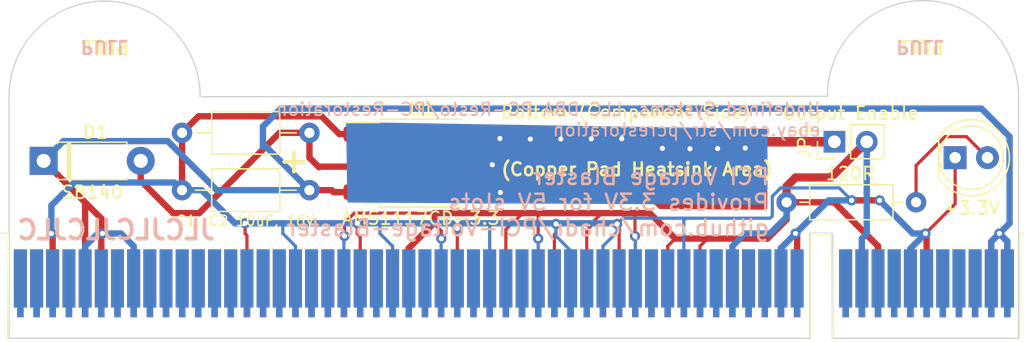
<source format=kicad_pcb>
(kicad_pcb (version 20221018) (generator pcbnew)
  (layers (0 "F.Cu" signal) (31 "B.Cu" signal) (34 "B.Paste" user) (35 "F.Paste" user) (36 "B.SilkS" user "B.Silkscreen") (37 "F.SilkS" user "F.Silkscreen") (38 "B.Mask" user) (39 "F.Mask" user) (44 "Edge.Cuts" user))
  (net 0 "")
  (net 1 "+5V")
  (net 2 "GND")
  (net 3 "+3.3V")
  (net 66 "/V_OUT")
  (net 78 "Net-(LED1-A)")
  (footprint "PCI Blaster:BUS_PCI" (layer "F.Cu") (at 154.095 110.06)
    (fp_text reference "J1" hide)
    (fp_text value "Bus_PCI_32bit_5V")
    (fp_line (start -40.27 -4.88) (end -39.67 -4.88) (stroke (width 0.12)) (layer "F.SilkS"))
    (fp_line (start -39.67 -4.88) (end -39.72 3.37) (stroke (width 0.12)) (layer "F.SilkS"))
    (fp_line (start 23.28 -4.83) (end 24.93 -4.83) (stroke (width 0.12)) (layer "F.SilkS"))
    (fp_line (start 23.28 3.37) (end 23.28 -4.83) (stroke (width 0.12)) (layer "F.SilkS"))
    (fp_line (start 24.93 -4.83) (end 24.98 3.37) (stroke (width 0.12)) (layer "F.SilkS"))
    (fp_line (start 39.68 -4.88) (end 39.98 -4.88) (stroke (width 0.12)) (layer "F.SilkS"))
    (fp_line (start 39.68 3.37) (end 39.68 -4.88) (stroke (width 0.12)) (layer "F.SilkS"))
    (pad "A1" connect rect (at -38.73 -1.33) (size 1.02 4.57) (layers "B.Cu" "B.Mask"))
    (pad "A1" connect rect (at -38.73 1.33) (size 0.51 0.76) (layers "B.Cu" "B.Mask"))
    (pad "A2" connect rect (at -37.46 -1.33) (size 1.02 4.57) (layers "B.Cu" "B.Mask"))
    (pad "A2" connect rect (at -37.46 1.33) (size 0.51 0.76) (layers "B.Cu" "B.Mask"))
    (pad "A3" connect rect (at -36.2 -1.33) (size 1.02 4.57) (layers "B.Cu" "B.Mask"))
    (pad "A3" connect rect (at -36.2 1.33) (size 0.51 0.76) (layers "B.Cu" "B.Mask"))
    (pad "A4" connect rect (at -34.92 -1.33) (size 1.02 4.57) (layers "B.Cu" "B.Mask"))
    (pad "A4" connect rect (at -34.92 1.33) (size 0.51 0.76) (layers "B.Cu" "B.Mask"))
    (pad "A5" connect rect (at -33.65 -1.33) (size 1.02 4.57) (layers "B.Cu" "B.Mask") (net 1 "+5V"))
    (pad "A5" connect rect (at -33.65 1.33) (size 0.51 0.76) (layers "B.Cu" "B.Mask") (net 1 "+5V"))
    (pad "A6" connect rect (at -32.38 -1.33) (size 1.02 4.57) (layers "B.Cu" "B.Mask"))
    (pad "A6" connect rect (at -32.38 1.33) (size 0.51 0.76) (layers "B.Cu" "B.Mask"))
    (pad "A7" connect rect (at -31.11 -1.33) (size 1.02 4.57) (layers "B.Cu" "B.Mask"))
    (pad "A7" connect rect (at -31.11 1.33) (size 0.51 0.76) (layers "B.Cu" "B.Mask"))
    (pad "A8" connect rect (at -29.84 -1.33) (size 1.02 4.57) (layers "B.Cu" "B.Mask") (net 1 "+5V"))
    (pad "A8" connect rect (at -29.84 1.33) (size 0.51 0.76) (layers "B.Cu" "B.Mask") (net 1 "+5V"))
    (pad "A9" connect rect (at -28.57 -1.33) (size 1.02 4.57) (layers "B.Cu" "B.Mask"))
    (pad "A9" connect rect (at -28.57 1.33) (size 0.51 0.76) (layers "B.Cu" "B.Mask"))
    (pad "A10" connect rect (at -27.3 -1.33) (size 1.02 4.57) (layers "B.Cu" "B.Mask"))
    (pad "A10" connect rect (at -27.3 1.33) (size 0.51 0.76) (layers "B.Cu" "B.Mask"))
    (pad "A11" connect rect (at -26.03 -1.33) (size 1.02 4.57) (layers "B.Cu" "B.Mask"))
    (pad "A11" connect rect (at -26.03 1.33) (size 0.51 0.76) (layers "B.Cu" "B.Mask"))
    (pad "A12" connect rect (at -24.77 -1.33) (size 1.02 4.57) (layers "B.Cu" "B.Mask"))
    (pad "A12" connect rect (at -24.77 1.33) (size 0.51 0.76) (layers "B.Cu" "B.Mask"))
    (pad "A13" connect rect (at -23.49 -1.33) (size 1.02 4.57) (layers "B.Cu" "B.Mask"))
    (pad "A13" connect rect (at -23.49 1.33) (size 0.51 0.76) (layers "B.Cu" "B.Mask"))
    (pad "A14" connect rect (at -22.22 -1.33) (size 1.02 4.57) (layers "B.Cu" "B.Mask"))
    (pad "A14" connect rect (at -22.22 1.33) (size 0.51 0.76) (layers "B.Cu" "B.Mask"))
    (pad "A15" connect rect (at -20.95 -1.33) (size 1.02 4.57) (layers "B.Cu" "B.Mask"))
    (pad "A15" connect rect (at -20.95 1.33) (size 0.51 0.76) (layers "B.Cu" "B.Mask"))
    (pad "A16" connect rect (at -19.68 -1.33) (size 1.02 4.57) (layers "B.Cu" "B.Mask"))
    (pad "A16" connect rect (at -19.68 1.33) (size 0.51 0.76) (layers "B.Cu" "B.Mask"))
    (pad "A17" connect rect (at -18.41 -1.33) (size 1.02 4.57) (layers "B.Cu" "B.Mask"))
    (pad "A17" connect rect (at -18.41 1.33) (size 0.51 0.76) (layers "B.Cu" "B.Mask"))
    (pad "A18" connect rect (at -17.14 -1.33) (size 1.02 4.57) (layers "B.Cu" "B.Mask") (net 2 "GND"))
    (pad "A18" connect rect (at -17.14 1.33) (size 0.51 0.76) (layers "B.Cu" "B.Mask") (net 2 "GND"))
    (pad "A19" connect rect (at -15.88 -1.33) (size 1.02 4.57) (layers "B.Cu" "B.Mask"))
    (pad "A19" connect rect (at -15.88 1.33) (size 0.51 0.76) (layers "B.Cu" "B.Mask"))
    (pad "A20" connect rect (at -14.6 -1.33) (size 1.02 4.57) (layers "B.Cu" "B.Mask"))
    (pad "A20" connect rect (at -14.6 1.33) (size 0.51 0.76) (layers "B.Cu" "B.Mask"))
    (pad "A21" connect rect (at -13.34 -1.33) (size 1.02 4.57) (layers "B.Cu" "B.Mask") (net 3 "+3.3V"))
    (pad "A21" connect rect (at -13.34 1.33) (size 0.51 0.76) (layers "B.Cu" "B.Mask") (net 3 "+3.3V"))
    (pad "A22" connect rect (at -12.06 -1.33) (size 1.02 4.57) (layers "B.Cu" "B.Mask"))
    (pad "A22" connect rect (at -12.06 1.33) (size 0.51 0.76) (layers "B.Cu" "B.Mask"))
    (pad "A23" connect rect (at -10.79 -1.33) (size 1.02 4.57) (layers "B.Cu" "B.Mask"))
    (pad "A23" connect rect (at -10.79 1.33) (size 0.51 0.76) (layers "B.Cu" "B.Mask"))
    (pad "A24" connect rect (at -9.52 -1.33) (size 1.02 4.57) (layers "B.Cu" "B.Mask") (net 2 "GND"))
    (pad "A24" connect rect (at -9.52 1.33) (size 0.51 0.76) (layers "B.Cu" "B.Mask") (net 2 "GND"))
    (pad "A25" connect rect (at -8.25 -1.33) (size 1.02 4.57) (layers "B.Cu" "B.Mask"))
    (pad "A25" connect rect (at -8.25 1.33) (size 0.51 0.76) (layers "B.Cu" "B.Mask"))
    (pad "A26" connect rect (at -6.98 -1.33) (size 1.02 4.57) (layers "B.Cu" "B.Mask"))
    (pad "A26" connect rect (at -6.98 1.33) (size 0.51 0.76) (layers "B.Cu" "B.Mask"))
    (pad "A27" connect rect (at -5.71 -1.33) (size 1.02 4.57) (layers "B.Cu" "B.Mask") (net 3 "+3.3V"))
    (pad "A27" connect rect (at -5.71 1.33) (size 0.51 0.76) (layers "B.Cu" "B.Mask") (net 3 "+3.3V"))
    (pad "A28" connect rect (at -4.44 -1.33) (size 1.02 4.57) (layers "B.Cu" "B.Mask"))
    (pad "A28" connect rect (at -4.44 1.33) (size 0.51 0.76) (layers "B.Cu" "B.Mask"))
    (pad "A29" connect rect (at -3.17 -1.33) (size 1.02 4.57) (layers "B.Cu" "B.Mask"))
    (pad "A29" connect rect (at -3.17 1.33) (size 0.51 0.76) (layers "B.Cu" "B.Mask"))
    (pad "A30" connect rect (at -1.9 -1.33) (size 1.02 4.57) (layers "B.Cu" "B.Mask") (net 2 "GND"))
    (pad "A30" connect rect (at -1.9 1.33) (size 0.51 0.76) (layers "B.Cu" "B.Mask") (net 2 "GND"))
    (pad "A31" connect rect (at -0.63 -1.33) (size 1.02 4.57) (layers "B.Cu" "B.Mask"))
    (pad "A31" connect rect (at -0.63 1.33) (size 0.51 0.76) (layers "B.Cu" "B.Mask"))
    (pad "A32" connect rect (at 0.64 -1.33) (size 1.02 4.57) (layers "B.Cu" "B.Mask"))
    (pad "A32" connect rect (at 0.64 1.33) (size 0.51 0.76) (layers "B.Cu" "B.Mask"))
    (pad "A33" connect rect (at 1.91 -1.33) (size 1.02 4.57) (layers "B.Cu" "B.Mask") (net 3 "+3.3V"))
    (pad "A33" connect rect (at 1.91 1.33) (size 0.51 0.76) (layers "B.Cu" "B.Mask") (net 3 "+3.3V"))
    (pad "A34" connect rect (at 3.18 -1.33) (size 1.02 4.57) (layers "B.Cu" "B.Mask"))
    (pad "A34" connect rect (at 3.18 1.33) (size 0.51 0.76) (layers "B.Cu" "B.Mask"))
    (pad "A35" connect rect (at 4.45 -1.33) (size 1.02 4.57) (layers "B.Cu" "B.Mask") (net 2 "GND"))
    (pad "A35" connect rect (at 4.45 1.33) (size 0.51 0.76) (layers "B.Cu" "B.Mask") (net 2 "GND"))
    (pad "A36" connect rect (at 5.72 -1.33) (size 1.02 4.57) (layers "B.Cu" "B.Mask"))
    (pad "A36" connect rect (at 5.72 1.33) (size 0.51 0.76) (layers "B.Cu" "B.Mask"))
    (pad "A37" connect rect (at 6.99 -1.33) (size 1.02 4.57) (layers "B.Cu" "B.Mask") (net 2 "GND"))
    (pad "A37" connect rect (at 6.99 1.33) (size 0.51 0.76) (layers "B.Cu" "B.Mask") (net 2 "GND"))
    (pad "A38" connect rect (at 8.26 -1.33) (size 1.02 4.57) (layers "B.Cu" "B.Mask"))
    (pad "A38" connect rect (at 8.26 1.33) (size 0.51 0.76) (layers "B.Cu" "B.Mask"))
    (pad "A39" connect rect (at 9.53 -1.33) (size 1.02 4.57) (layers "B.Cu" "B.Mask") (net 3 "+3.3V"))
    (pad "A39" connect rect (at 9.53 1.33) (size 0.51 0.76) (layers "B.Cu" "B.Mask") (net 3 "+3.3V"))
    (pad "A40" connect rect (at 10.8 -1.33) (size 1.02 4.57) (layers "B.Cu" "B.Mask"))
    (pad "A40" connect rect (at 10.8 1.33) (size 0.51 0.76) (layers "B.Cu" "B.Mask"))
    (pad "A41" connect rect (at 12.07 -1.33) (size 1.02 4.57) (layers "B.Cu" "B.Mask"))
    (pad "A41" connect rect (at 12.07 1.33) (size 0.51 0.76) (layers "B.Cu" "B.Mask"))
    (pad "A42" connect rect (at 13.34 -1.33) (size 1.02 4.57) (layers "B.Cu" "B.Mask") (net 2 "GND"))
    (pad "A42" connect rect (at 13.34 1.33) (size 0.51 0.76) (layers "B.Cu" "B.Mask") (net 2 "GND"))
    (pad "A43" connect rect (at 14.61 -1.33) (size 1.02 4.57) (layers "B.Cu" "B.Mask"))
    (pad "A43" connect rect (at 14.61 1.33) (size 0.51 0.76) (layers "B.Cu" "B.Mask"))
    (pad "A44" connect rect (at 15.88 -1.33) (size 1.02 4.57) (layers "B.Cu" "B.Mask"))
    (pad "A44" connect rect (at 15.88 1.33) (size 0.51 0.76) (layers "B.Cu" "B.Mask"))
    (pad "A45" connect rect (at 17.15 -1.33) (size 1.02 4.57) (layers "B.Cu" "B.Mask") (net 3 "+3.3V"))
    (pad "A45" connect rect (at 17.15 1.33) (size 0.51 0.76) (layers "B.Cu" "B.Mask") (net 3 "+3.3V"))
    (pad "A46" connect rect (at 18.42 -1.33) (size 1.02 4.57) (layers "B.Cu" "B.Mask"))
    (pad "A46" connect rect (at 18.42 1.33) (size 0.51 0.76) (layers "B.Cu" "B.Mask"))
    (pad "A47" connect rect (at 19.69 -1.33) (size 1.02 4.57) (layers "B.Cu" "B.Mask"))
    (pad "A47" connect rect (at 19.69 1.33) (size 0.51 0.76) (layers "B.Cu" "B.Mask"))
    (pad "A48" connect rect (at 20.96 -1.33) (size 1.02 4.57) (layers "B.Cu" "B.Mask") (net 2 "GND"))
    (pad "A48" connect rect (at 20.96 1.33) (size 0.51 0.76) (layers "B.Cu" "B.Mask") (net 2 "GND"))
    (pad "A49" connect rect (at 22.23 -1.33) (size 1.02 4.57) (layers "B.Cu" "B.Mask"))
    (pad "A49" connect rect (at 22.23 1.33) (size 0.51 0.76) (layers "B.Cu" "B.Mask"))
    (pad "A52" connect rect (at 26.04 -1.33) (size 1.02 4.57) (layers "B.Cu" "B.Mask"))
    (pad "A52" connect rect (at 26.04 1.33) (size 0.51 0.76) (layers "B.Cu" "B.Mask"))
    (pad "A53" connect rect (at 27.31 -1.33) (size 1.02 4.57) (layers "B.Cu" "B.Mask") (net 3 "+3.3V"))
    (pad "A53" connect rect (at 27.31 1.33) (size 0.51 0.76) (layers "B.Cu" "B.Mask") (net 3 "+3.3V"))
    (pad "A54" connect rect (at 28.58 -1.33) (size 1.02 4.57) (layers "B.Cu" "B.Mask"))
    (pad "A54" connect rect (at 28.58 1.33) (size 0.51 0.76) (layers "B.Cu" "B.Mask"))
    (pad "A55" connect rect (at 29.85 -1.33) (size 1.02 4.57) (layers "B.Cu" "B.Mask"))
    (pad "A55" connect rect (at 29.85 1.33) (size 0.51 0.76) (layers "B.Cu" "B.Mask"))
    (pad "A56" connect rect (at 31.12 -1.33) (size 1.02 4.57) (layers "B.Cu" "B.Mask") (net 2 "GND"))
    (pad "A56" connect rect (at 31.12 1.33) (size 0.51 0.76) (layers "B.Cu" "B.Mask") (net 2 "GND"))
    (pad "A57" connect rect (at 32.39 -1.33) (size 1.02 4.57) (layers "B.Cu" "B.Mask"))
    (pad "A57" connect rect (at 32.39 1.33) (size 0.51 0.76) (layers "B.Cu" "B.Mask"))
    (pad "A58" connect rect (at 33.66 -1.33) (size 1.02 4.57) (layers "B.Cu" "B.Mask"))
    (pad "A58" connect rect (at 33.66 1.33) (size 0.51 0.76) (layers "B.Cu" "B.Mask"))
    (pad "A59" connect rect (at 34.93 -1.33) (size 1.02 4.57) (layers "B.Cu" "B.Mask"))
    (pad "A59" connect rect (at 34.93 1.33) (size 0.51 0.76) (layers "B.Cu" "B.Mask"))
    (pad "A60" connect rect (at 36.2 -1.33) (size 1.02 4.57) (layers "B.Cu" "B.Mask"))
    (pad "A60" connect rect (at 36.2 1.33) (size 0.51 0.76) (layers "B.Cu" "B.Mask"))
    (pad "A61" connect rect (at 37.47 -1.33) (size 1.02 4.57) (layers "B.Cu" "B.Mask") (net 1 "+5V"))
    (pad "A61" connect rect (at 37.47 1.33) (size 0.51 0.76) (layers "B.Cu" "B.Mask") (net 1 "+5V"))
    (pad "A62" connect rect (at 38.73 -1.33) (size 1.02 4.57) (layers "B.Cu" "B.Mask") (net 1 "+5V"))
    (pad "A62" connect rect (at 38.73 1.33) (size 0.51 0.76) (layers "B.Cu" "B.Mask") (net 1 "+5V"))
    (pad "B1" connect rect (at -38.73 -1.33) (size 1.02 4.57) (layers "F.Cu" "F.Mask"))
    (pad "B1" connect rect (at -38.73 1.33) (size 0.51 0.76) (layers "F.Cu" "F.Mask"))
    (pad "B2" connect rect (at -37.46 -1.33) (size 1.02 4.57) (layers "F.Cu" "F.Mask"))
    (pad "B2" connect rect (at -37.46 1.33) (size 0.51 0.76) (layers "F.Cu" "F.Mask"))
    (pad "B3" connect rect (at -36.2 -1.33) (size 1.02 4.57) (layers "F.Cu" "F.Mask") (net 2 "GND"))
    (pad "B3" connect rect (at -36.2 1.33) (size 0.51 0.76) (layers "F.Cu" "F.Mask") (net 2 "GND"))
    (pad "B4" connect rect (at -34.92 -1.33) (size 1.02 4.57) (layers "F.Cu" "F.Mask"))
    (pad "B4" connect rect (at -34.92 1.33) (size 0.51 0.76) (layers "F.Cu" "F.Mask"))
    (pad "B5" connect rect (at -33.65 -1.33) (size 1.02 4.57) (layers "F.Cu" "F.Mask") (net 1 "+5V"))
    (pad "B5" connect rect (at -33.65 1.33) (size 0.51 0.76) (layers "F.Cu" "F.Mask") (net 1 "+5V"))
    (pad "B6" connect rect (at -32.38 -1.33) (size 1.02 4.57) (layers "F.Cu" "F.Mask") (net 1 "+5V"))
    (pad "B6" connect rect (at -32.38 1.33) (size 0.51 0.76) (layers "F.Cu" "F.Mask") (net 1 "+5V"))
    (pad "B7" connect rect (at -31.11 -1.33) (size 1.02 4.57) (layers "F.Cu" "F.Mask"))
    (pad "B7" connect rect (at -31.11 1.33) (size 0.51 0.76) (layers "F.Cu" "F.Mask"))
    (pad "B8" connect rect (at -29.84 -1.33) (size 1.02 4.57) (layers "F.Cu" "F.Mask"))
    (pad "B8" connect rect (at -29.84 1.33) (size 0.51 0.76) (layers "F.Cu" "F.Mask"))
    (pad "B9" connect rect (at -28.57 -1.33) (size 1.02 4.57) (layers "F.Cu" "F.Mask"))
    (pad "B9" connect rect (at -28.57 1.33) (size 0.51 0.76) (layers "F.Cu" "F.Mask"))
    (pad "B10" connect rect (at -27.3 -1.33) (size 1.02 4.57) (layers "F.Cu" "F.Mask"))
    (pad "B10" connect rect (at -27.3 1.33) (size 0.51 0.76) (layers "F.Cu" "F.Mask"))
    (pad "B11" connect rect (at -26.03 -1.33) (size 1.02 4.57) (layers "F.Cu" "F.Mask"))
    (pad "B11" connect rect (at -26.03 1.33) (size 0.51 0.76) (layers "F.Cu" "F.Mask"))
    (pad "B12" connect rect (at -24.77 -1.33) (size 1.02 4.57) (layers "F.Cu" "F.Mask"))
    (pad "B12" connect rect (at -24.77 1.33) (size 0.51 0.76) (layers "F.Cu" "F.Mask"))
    (pad "B13" connect rect (at -23.49 -1.33) (size 1.02 4.57) (layers "F.Cu" "F.Mask"))
    (pad "B13" connect rect (at -23.49 1.33) (size 0.51 0.76) (layers "F.Cu" "F.Mask"))
    (pad "B14" connect rect (at -22.22 -1.33) (size 1.02 4.57) (layers "F.Cu" "F.Mask"))
    (pad "B14" connect rect (at -22.22 1.33) (size 0.51 0.76) (layers "F.Cu" "F.Mask"))
    (pad "B15" connect rect (at -20.95 -1.33) (size 1.02 4.57) (layers "F.Cu" "F.Mask") (net 2 "GND"))
    (pad "B15" connect rect (at -20.95 1.33) (size 0.51 0.76) (layers "F.Cu" "F.Mask") (net 2 "GND"))
    (pad "B16" connect rect (at -19.68 -1.33) (size 1.02 4.57) (layers "F.Cu" "F.Mask"))
    (pad "B16" connect rect (at -19.68 1.33) (size 0.51 0.76) (layers "F.Cu" "F.Mask"))
    (pad "B17" connect rect (at -18.41 -1.33) (size 1.02 4.57) (layers "F.Cu" "F.Mask"))
    (pad "B17" connect rect (at -18.41 1.33) (size 0.51 0.76) (layers "F.Cu" "F.Mask"))
    (pad "B18" connect rect (at -17.14 -1.33) (size 1.02 4.57) (layers "F.Cu" "F.Mask"))
    (pad "B18" connect rect (at -17.14 1.33) (size 0.51 0.76) (layers "F.Cu" "F.Mask"))
    (pad "B19" connect rect (at -15.88 -1.33) (size 1.02 4.57) (layers "F.Cu" "F.Mask"))
    (pad "B19" connect rect (at -15.88 1.33) (size 0.51 0.76) (layers "F.Cu" "F.Mask"))
    (pad "B20" connect rect (at -14.6 -1.33) (size 1.02 4.57) (layers "F.Cu" "F.Mask"))
    (pad "B20" connect rect (at -14.6 1.33) (size 0.51 0.76) (layers "F.Cu" "F.Mask"))
    (pad "B21" connect rect (at -13.34 -1.33) (size 1.02 4.57) (layers "F.Cu" "F.Mask"))
    (pad "B21" connect rect (at -13.34 1.33) (size 0.51 0.76) (layers "F.Cu" "F.Mask"))
    (pad "B22" connect rect (at -12.06 -1.33) (size 1.02 4.57) (layers "F.Cu" "F.Mask") (net 2 "GND"))
    (pad "B22" connect rect (at -12.06 1.33) (size 0.51 0.76) (layers "F.Cu" "F.Mask") (net 2 "GND"))
    (pad "B23" connect rect (at -10.79 -1.33) (size 1.02 4.57) (layers "F.Cu" "F.Mask"))
    (pad "B23" connect rect (at -10.79 1.33) (size 0.51 0.76) (layers "F.Cu" "F.Mask"))
    (pad "B24" connect rect (at -9.52 -1.33) (size 1.02 4.57) (layers "F.Cu" "F.Mask"))
    (pad "B24" connect rect (at -9.52 1.33) (size 0.51 0.76) (layers "F.Cu" "F.Mask"))
    (pad "B25" connect rect (at -8.25 -1.33) (size 1.02 4.57) (layers "F.Cu" "F.Mask") (net 3 "+3.3V"))
    (pad "B25" connect rect (at -8.25 1.33) (size 0.51 0.76) (layers "F.Cu" "F.Mask") (net 3 "+3.3V"))
    (pad "B26" connect rect (at -6.98 -1.33) (size 1.02 4.57) (layers "F.Cu" "F.Mask"))
    (pad "B26" connect rect (at -6.98 1.33) (size 0.51 0.76) (layers "F.Cu" "F.Mask"))
    (pad "B27" connect rect (at -5.71 -1.33) (size 1.02 4.57) (layers "F.Cu" "F.Mask"))
    (pad "B27" connect rect (at -5.71 1.33) (size 0.51 0.76) (layers "F.Cu" "F.Mask"))
    (pad "B28" connect rect (at -4.44 -1.33) (size 1.02 4.57) (layers "F.Cu" "F.Mask") (net 2 "GND"))
    (pad "B28" connect rect (at -4.44 1.33) (size 0.51 0.76) (layers "F.Cu" "F.Mask") (net 2 "GND"))
    (pad "B29" connect rect (at -3.17 -1.33) (size 1.02 4.57) (layers "F.Cu" "F.Mask"))
    (pad "B29" connect rect (at -3.17 1.33) (size 0.51 0.76) (layers "F.Cu" "F.Mask"))
    (pad "B30" connect rect (at -1.9 -1.33) (size 1.02 4.57) (layers "F.Cu" "F.Mask"))
    (pad "B30" connect rect (at -1.9 1.33) (size 0.51 0.76) (layers "F.Cu" "F.Mask"))
    (pad "B31" connect rect (at -0.63 -1.33) (size 1.02 4.57) (layers "F.Cu" "F.Mask") (net 3 "+3.3V"))
    (pad "B31" connect rect (at -0.63 1.33) (size 0.51 0.76) (layers "F.Cu" "F.Mask") (net 3 "+3.3V"))
    (pad "B32" connect rect (at 0.64 -1.33) (size 1.02 4.57) (layers "F.Cu" "F.Mask"))
    (pad "B32" connect rect (at 0.64 1.33) (size 0.51 0.76) (layers "F.Cu" "F.Mask"))
    (pad "B33" connect rect (at 1.91 -1.33) (size 1.02 4.57) (layers "F.Cu" "F.Mask"))
    (pad "B33" connect rect (at 1.91 1.33) (size 0.51 0.76) (layers "F.Cu" "F.Mask"))
    (pad "B34" connect rect (at 3.18 -1.33) (size 1.02 4.57) (layers "F.Cu" "F.Mask") (net 2 "GND"))
    (pad "B34" connect rect (at 3.18 1.33) (size 0.51 0.76) (layers "F.Cu" "F.Mask") (net 2 "GND"))
    (pad "B35" connect rect (at 4.45 -1.33) (size 1.02 4.57) (layers "F.Cu" "F.Mask"))
    (pad "B35" connect rect (at 4.45 1.33) (size 0.51 0.76) (layers "F.Cu" "F.Mask"))
    (pad "B36" connect rect (at 5.72 -1.33) (size 1.02 4.57) (layers "F.Cu" "F.Mask") (net 3 "+3.3V"))
    (pad "B36" connect rect (at 5.72 1.33) (size 0.51 0.76) (layers "F.Cu" "F.Mask") (net 3 "+3.3V"))
    (pad "B37" connect rect (at 6.99 -1.33) (size 1.02 4.57) (layers "F.Cu" "F.Mask"))
    (pad "B37" connect rect (at 6.99 1.33) (size 0.51 0.76) (layers "F.Cu" "F.Mask"))
    (pad "B38" connect rect (at 8.26 -1.33) (size 1.02 4.57) (layers "F.Cu" "F.Mask") (net 2 "GND"))
    (pad "B38" connect rect (at 8.26 1.33) (size 0.51 0.76) (layers "F.Cu" "F.Mask") (net 2 "GND"))
    (pad "B39" connect rect (at 9.53 -1.33) (size 1.02 4.57) (layers "F.Cu" "F.Mask"))
    (pad "B39" connect rect (at 9.53 1.33) (size 0.51 0.76) (layers "F.Cu" "F.Mask"))
    (pad "B40" connect rect (at 10.8 -1.33) (size 1.02 4.57) (layers "F.Cu" "F.Mask"))
    (pad "B40" connect rect (at 10.8 1.33) (size 0.51 0.76) (layers "F.Cu" "F.Mask"))
    (pad "B41" connect rect (at 12.07 -1.33) (size 1.02 4.57) (layers "F.Cu" "F.Mask") (net 3 "+3.3V"))
    (pad "B41" connect rect (at 12.07 1.33) (size 0.51 0.76) (layers "F.Cu" "F.Mask") (net 3 "+3.3V"))
    (pad "B42" connect rect (at 13.34 -1.33) (size 1.02 4.57) (layers "F.Cu" "F.Mask"))
    (pad "B42" connect rect (at 13.34 1.33) (size 0.51 0.76) (layers "F.Cu" "F.Mask"))
    (pad "B43" connect rect (at 14.61 -1.33) (size 1.02 4.57) (layers "F.Cu" "F.Mask") (net 3 "+3.3V"))
    (pad "B43" connect rect (at 14.61 1.33) (size 0.51 0.76) (layers "F.Cu" "F.Mask") (net 3 "+3.3V"))
    (pad "B44" connect rect (at 15.88 -1.33) (size 1.02 4.57) (layers "F.Cu" "F.Mask"))
    (pad "B44" connect rect (at 15.88 1.33) (size 0.51 0.76) (layers "F.Cu" "F.Mask"))
    (pad "B45" connect rect (at 17.15 -1.33) (size 1.02 4.57) (layers "F.Cu" "F.Mask"))
    (pad "B45" connect rect (at 17.15 1.33) (size 0.51 0.76) (layers "F.Cu" "F.Mask"))
    (pad "B46" connect rect (at 18.42 -1.33) (size 1.02 4.57) (layers "F.Cu" "F.Mask"))
    (pad "B46" connect rect (at 18.42 1.33) (size 0.51 0.76) (layers "F.Cu" "F.Mask"))
    (pad "B47" connect rect (at 19.69 -1.33) (size 1.02 4.57) (layers "F.Cu" "F.Mask"))
    (pad "B47" connect rect (at 19.69 1.33) (size 0.51 0.76) (layers "F.Cu" "F.Mask"))
    (pad "B48" connect rect (at 20.96 -1.33) (size 1.02 4.57) (layers "F.Cu" "F.Mask"))
    (pad "B48" connect rect (at 20.96 1.33) (size 0.51 0.76) (layers "F.Cu" "F.Mask"))
    (pad "B49" connect rect (at 22.23 -1.33) (size 1.02 4.57) (layers "F.Cu" "F.Mask") (net 2 "GND"))
    (pad "B49" connect rect (at 22.23 1.33) (size 0.51 0.76) (layers "F.Cu" "F.Mask") (net 2 "GND"))
    (pad "B52" connect rect (at 26.04 -1.33) (size 1.02 4.57) (layers "F.Cu" "F.Mask"))
    (pad "B52" connect rect (at 26.04 1.33) (size 0.51 0.76) (layers "F.Cu" "F.Mask"))
    (pad "B53" connect rect (at 27.31 -1.33) (size 1.02 4.57) (layers "F.Cu" "F.Mask"))
    (pad "B53" connect rect (at 27.31 1.33) (size 0.51 0.76) (layers "F.Cu" "F.Mask"))
    (pad "B54" connect rect (at 28.58 -1.33) (size 1.02 4.57) (layers "F.Cu" "F.Mask") (net 3 "+3.3V"))
    (pad "B54" connect rect (at 28.58 1.33) (size 0.51 0.76) (layers "F.Cu" "F.Mask") (net 3 "+3.3V"))
    (pad "B55" connect rect (at 29.85 -1.33) (size 1.02 4.57) (layers "F.Cu" "F.Mask"))
    (pad "B55" connect rect (at 29.85 1.33) (size 0.51 0.76) (layers "F.Cu" "F.Mask"))
    (pad "B56" connect rect (at 31.12 -1.33) (size 1.02 4.57) (layers "F.Cu" "F.Mask"))
    (pad "B56" connect rect (at 31.12 1.33) (size 0.51 0.76) (layers "F.Cu" "F.Mask"))
    (pad "B57" connect rect (at 32.39 -1.33) (size 1.02 4.57) (layers "F.Cu" "F.Mask") (net 2 "GND"))
    (pad "B57" connect rect (at 32.39 1.33) (size 0.51 0.76) (layers "F.Cu" "F.Mask") (net 2 "GND"))
    (pad "B58" connect rect (at 33.66 -1.33) (size 1.02 4.57) (layers "F.Cu" "F.Mask"))
    (pad "B58" connect rect (at 33.66 1.33) (size 0.51 0.76) (layers "F.Cu" "F.Mask"))
    (pad "B59" connect rect (at 34.93 -1.33) (size 1.02 4.57) (layers "F.Cu" "F.Mask"))
    (pad "B59" connect rect (at 34.93 1.33) (size 0.51 0.76) (layers "F.Cu" "F.Mask"))
    (pad "B60" connect rect (at 36.2 -1.33) (size 1.02 4.57) (layers "F.Cu" "F.Mask"))
    (pad "B60" connect rect (at 36.2 1.33) (size 0.51 0.76) (layers "F.Cu" "F.Mask"))
    (pad "B61" connect rect (at 37.47 -1.33) (size 1.02 4.57) (layers "F.Cu" "F.Mask") (net 1 "+5V"))
    (pad "B61" connect rect (at 37.47 1.33) (size 0.51 0.76) (layers "F.Cu" "F.Mask") (net 1 "+5V"))
    (pad "B62" connect rect (at 38.73 -1.33) (size 1.02 4.57) (layers "F.Cu" "F.Mask") (net 1 "+5V"))
    (pad "B62" connect rect (at 38.73 1.33) (size 0.51 0.76) (layers "F.Cu" "F.Mask") (net 1 "+5V"))
  )
  (footprint "LED_THT:LED_D5.0mm" (layer "F.Cu") (at 188.725 99.25)
    (fp_text reference "LED1" hide)
    (fp_text value "+3.3V" (at 1.27 3.96) (layer "F.SilkS"))
    (fp_line (start -1.29 -1.545) (end -1.29 1.545) (stroke (width 0.12)) (layer "F.SilkS"))
    (fp_arc (start -1.29 -1.54483) (mid 2.072002 -2.880433) (end 4.26 0.000462) (stroke (width 0.12)) (layer "F.SilkS"))
    (fp_arc (start 4.26 -0.000462) (mid 2.072002 2.880433) (end -1.29 1.54483) (stroke (width 0.12)) (layer "F.SilkS"))
    (fp_circle (center 1.27 0) (end 3.77 0) (stroke (width 0.12)) (fill none) (layer "F.SilkS"))
    (pad "1" thru_hole rect (at 0 0) (size 1.8 1.8) (drill 0.9) (layers "*.Cu" "*.Mask") (net 2 "GND"))
    (pad "2" thru_hole circle (at 2.54 0) (size 1.8 1.8) (drill 0.9) (layers "*.Cu" "*.Mask") (net 78 "Net-(LED1-A)"))
  )
  (footprint "Resistor_THT:R_Axial_DIN0207_L6.3mm_D2.5mm_P10.16mm_Horizontal" (layer "F.Cu") (at 175.5 102.75)
    (fp_text reference "R1" hide)
    (fp_text value "120R" (at 5 -2.25) (layer "F.SilkS"))
    (fp_line (start 1.04 0) (end 1.81 0) (stroke (width 0.12)) (layer "F.SilkS"))
    (fp_line (start 1.81 -1.37) (end 1.81 1.37) (stroke (width 0.12)) (layer "F.SilkS"))
    (fp_line (start 1.81 1.37) (end 8.35 1.37) (stroke (width 0.12)) (layer "F.SilkS"))
    (fp_line (start 8.35 -1.37) (end 1.81 -1.37) (stroke (width 0.12)) (layer "F.SilkS"))
    (fp_line (start 8.35 1.37) (end 8.35 -1.37) (stroke (width 0.12)) (layer "F.SilkS"))
    (fp_line (start 9.12 0) (end 8.35 0) (stroke (width 0.12)) (layer "F.SilkS"))
    (pad "1" thru_hole circle (at 0 0) (size 1.6 1.6) (drill 0.8) (layers "*.Cu" "*.Mask") (net 3 "+3.3V"))
    (pad "2" thru_hole oval (at 10.16 0) (size 1.6 1.6) (drill 0.8) (layers "*.Cu" "*.Mask") (net 78 "Net-(LED1-A)"))
  )
  (footprint "Capacitor_THT:C_Axial_L5.1mm_D3.1mm_P10.00mm_Horizontal" (layer "F.Cu") (at 138.05 101.8 180)
    (fp_text reference "C1" hide)
    (fp_text value "10uF")
    (fp_line (start 1.04 0) (end 2.33 0) (stroke (width 0.12)) (layer "F.SilkS"))
    (fp_line (start 2.33 -1.67) (end 2.33 1.67) (stroke (width 0.12)) (layer "F.SilkS"))
    (fp_line (start 2.33 1.67) (end 7.67 1.67) (stroke (width 0.12)) (layer "F.SilkS"))
    (fp_line (start 7.67 -1.67) (end 2.33 -1.67) (stroke (width 0.12)) (layer "F.SilkS"))
    (fp_line (start 7.67 1.67) (end 7.67 -1.67) (stroke (width 0.12)) (layer "F.SilkS"))
    (fp_line (start 8.96 0) (end 7.67 0) (stroke (width 0.12)) (layer "F.SilkS"))
    (pad "1" thru_hole circle (at 0 0 180) (size 1.6 1.6) (drill 0.8) (layers "*.Cu" "*.Mask") (net 1 "+5V"))
    (pad "2" thru_hole oval (at 10 0 180) (size 1.6 1.6) (drill 0.8) (layers "*.Cu" "*.Mask") (net 2 "GND"))
  )
  (footprint "Diode_THT:D_DO-41_SOD81_P7.62mm_Horizontal" (layer "F.Cu") (at 117.19 99.5)
    (fp_text reference "D1" hide)
    (fp_text value "SB140" (at 3.81 2.47) (layer "F.SilkS"))
    (fp_text user "${REFERENCE}" (at 4.06 -2.25) (layer "F.SilkS"))
    (fp_line (start 1.09 -1.47) (end 6.53 -1.47) (stroke (width 0.12)) (layer "F.SilkS"))
    (fp_line (start 1.09 -1.34) (end 1.09 -1.47) (stroke (width 0.12)) (layer "F.SilkS"))
    (fp_line (start 1.09 1.34) (end 1.09 1.47) (stroke (width 0.12)) (layer "F.SilkS"))
    (fp_line (start 1.09 1.47) (end 6.53 1.47) (stroke (width 0.12)) (layer "F.SilkS"))
    (fp_line (start 1.87 -1.47) (end 1.87 1.47) (stroke (width 0.12)) (layer "F.SilkS"))
    (fp_line (start 1.99 -1.47) (end 1.99 1.47) (stroke (width 0.12)) (layer "F.SilkS"))
    (fp_line (start 2.11 -1.47) (end 2.11 1.47) (stroke (width 0.12)) (layer "F.SilkS"))
    (fp_line (start 6.53 -1.47) (end 6.53 -1.34) (stroke (width 0.12)) (layer "F.SilkS"))
    (fp_line (start 6.53 1.47) (end 6.53 1.34) (stroke (width 0.12)) (layer "F.SilkS"))
    (pad "1" thru_hole rect (at 0 0) (size 2.2 2.2) (drill 1.1) (layers "*.Cu" "*.Mask") (net 1 "+5V"))
    (pad "2" thru_hole oval (at 7.62 0) (size 2.2 2.2) (drill 1.1) (layers "*.Cu" "*.Mask") (net 66 "/V_OUT"))
  )
  (footprint "Capacitor_THT:C_Axial_L5.1mm_D3.1mm_P10.00mm_Horizontal" (layer "F.Cu") (at 138.05 97.3 180)
    (fp_text reference "C2" hide)
    (fp_text value "10uF")
    (fp_line (start 1.04 0) (end 2.33 0) (stroke (width 0.12)) (layer "F.SilkS"))
    (fp_line (start 2.33 -1.67) (end 2.33 1.67) (stroke (width 0.12)) (layer "F.SilkS"))
    (fp_line (start 2.33 1.67) (end 7.67 1.67) (stroke (width 0.12)) (layer "F.SilkS"))
    (fp_line (start 7.67 -1.67) (end 2.33 -1.67) (stroke (width 0.12)) (layer "F.SilkS"))
    (fp_line (start 7.67 1.67) (end 7.67 -1.67) (stroke (width 0.12)) (layer "F.SilkS"))
    (fp_line (start 8.96 0) (end 7.67 0) (stroke (width 0.12)) (layer "F.SilkS"))
    (pad "1" thru_hole circle (at 0 0 180) (size 1.6 1.6) (drill 0.8) (layers "*.Cu" "*.Mask") (net 66 "/V_OUT"))
    (pad "2" thru_hole oval (at 10 0 180) (size 1.6 1.6) (drill 0.8) (layers "*.Cu" "*.Mask") (net 2 "GND"))
  )
  (footprint "Package_TO_SOT_SMD:TO-252-2" (layer "F.Cu") (at 146.865 99.675)
    (fp_text reference "U1" (at 0 -4.275) (layer "F.SilkS"))
    (fp_text value "AMS1117CD-3.3" (at -0.065 4.325) (layer "F.SilkS"))
    (fp_line (start -3.31 -3.45) (end -3.31 -3.18) (stroke (width 0.12)) (layer "F.SilkS"))
    (fp_line (start -3.31 -3.18) (end -6.14 -3.18) (stroke (width 0.12)) (layer "F.SilkS"))
    (fp_line (start -3.31 3.18) (end -4.41 3.18) (stroke (width 0.12)) (layer "F.SilkS"))
    (fp_line (start -3.31 3.45) (end -3.31 3.18) (stroke (width 0.12)) (layer "F.SilkS"))
    (fp_line (start 3.11 -3.45) (end -3.31 -3.45) (stroke (width 0.12)) (layer "F.SilkS"))
    (fp_line (start 3.11 3.45) (end -3.31 3.45) (stroke (width 0.12)) (layer "F.SilkS"))
    (pad "1" smd roundrect (at -5.04 -2.28) (size 2.2 1.2) (layers "F.Cu" "F.Paste" "F.Mask") (roundrect_rratio 0.2083333333) (net 2 "GND"))
    (pad "2" smd roundrect (at -0.415 -1.525) (size 3.05 2.75) (layers "F.Cu" "F.Paste") (roundrect_rratio 0.09090909091) (net 66 "/V_OUT"))
    (pad "2" smd roundrect (at -0.415 1.525) (size 3.05 2.75) (layers "F.Cu" "F.Paste") (roundrect_rratio 0.09090909091) (net 66 "/V_OUT"))
    (pad "2" smd roundrect (at 1.26 0) (size 6.4 5.8) (layers "F.Cu" "F.Mask") (roundrect_rratio 0.04310293103) (net 66 "/V_OUT"))
    (pad "2" smd roundrect (at 2.935 -1.525) (size 3.05 2.75) (layers "F.Cu" "F.Paste") (roundrect_rratio 0.09090909091) (net 66 "/V_OUT"))
    (pad "2" smd roundrect (at 2.935 1.525) (size 3.05 2.75) (layers "F.Cu" "F.Paste") (roundrect_rratio 0.09090909091) (net 66 "/V_OUT"))
    (pad "3" smd roundrect (at -5.04 2.28) (size 2.2 1.2) (layers "F.Cu" "F.Paste" "F.Mask") (roundrect_rratio 0.2083333333) (net 1 "+5V"))
  )
  (footprint "Connector_PinHeader_2.54mm:PinHeader_1x02_P2.54mm_Vertical" (layer "F.Cu") (at 179.25 98 90)
    (fp_text reference "JP1" (at 0 -2.33 90) (layer "F.SilkS"))
    (fp_text value "Output Enable" (at 2.25 1.275 180) (layer "F.SilkS"))
    (fp_line (start -1.33 -1.33) (end 0 -1.33) (stroke (width 0.12)) (layer "F.SilkS"))
    (fp_line (start -1.33 0) (end -1.33 -1.33) (stroke (width 0.12)) (layer "F.SilkS"))
    (fp_line (start -1.33 1.27) (end -1.33 3.87) (stroke (width 0.12)) (layer "F.SilkS"))
    (fp_line (start -1.33 1.27) (end 1.33 1.27) (stroke (width 0.12)) (layer "F.SilkS"))
    (fp_line (start -1.33 3.87) (end 1.33 3.87) (stroke (width 0.12)) (layer "F.SilkS"))
    (fp_line (start 1.33 1.27) (end 1.33 3.87) (stroke (width 0.12)) (layer "F.SilkS"))
    (pad "1" thru_hole rect (at 0 0 90) (size 1.7 1.7) (drill 1) (layers "*.Cu" "*.Mask") (net 66 "/V_OUT"))
    (pad "2" thru_hole oval (at 0 2.54 90) (size 1.7 1.7) (drill 1) (layers "*.Cu" "*.Mask") (net 3 "+3.3V"))
  )
  (gr_line (start 178.599997 94.43453) (end 178.7 94.425) (stroke (width 0.1)) (layer "Edge.Cuts"))
  (gr_line (start 193.7 94.98) (end 193.7 94.425) (stroke (width 0.1)) (layer "Edge.Cuts"))
  (gr_line (start 179.125 105.175) (end 179.125 113.425) (stroke (width 0.1)) (layer "Edge.Cuts"))
  (gr_line (start 114.475 105.175) (end 114.475 113.425) (stroke (width 0.1)) (layer "Edge.Cuts"))
  (gr_line (start 177.325 105.175) (end 179.125 105.175) (stroke (width 0.1)) (layer "Edge.Cuts"))
  (gr_arc (start 178.7 94.425) (mid 186.2 86.925) (end 193.7 94.425) (stroke (width 0.1)) (layer "Edge.Cuts"))
  (gr_line (start 129.599997 94.465454) (end 129.475 94.46) (stroke (width 0.1)) (layer "Edge.Cuts"))
  (gr_arc (start 114.475 94.46) (mid 121.975 86.96) (end 129.475 94.46) (stroke (width 0.1)) (layer "Edge.Cuts"))
  (gr_line (start 178.599997 94.43453) (end 129.599997 94.465454) (stroke (width 0.1)) (layer "Edge.Cuts"))
  (gr_line (start 177.325 113.425) (end 177.325 105.175) (stroke (width 0.1)) (layer "Edge.Cuts"))
  (gr_line (start 114.475 95) (end 114.475 105.175) (stroke (width 0.1)) (layer "Edge.Cuts"))
  (gr_line (start 114.475 95) (end 114.475 94.46) (stroke (width 0.1)) (layer "Edge.Cuts"))
  (gr_line (start 179.125 113.425) (end 193.7 113.425) (stroke (width 0.1)) (layer "Edge.Cuts"))
  (gr_line (start 193.7 113.425) (end 193.7 94.98) (stroke (width 0.1)) (layer "Edge.Cuts"))
  (gr_line (start 114.475 113.425) (end 177.325 113.425) (stroke (width 0.1)) (layer "Edge.Cuts"))
  (gr_text "PULL" (at 119.98 89.97 180) (layer "B.SilkS") (effects (font (size 1 1) (thickness 0.2) bold) (justify left bottom mirror)))
  (gr_text "PULL" (at 183.99 89.97 180) (layer "B.SilkS") (effects (font (size 1 1) (thickness 0.2) bold) (justify left bottom mirror)))
  (gr_text "JLCJLCJLCJLC" (at 130.8 105.8) (layer "B.SilkS") (effects (font (size 1.5 1.5) (thickness 0.3) bold) (justify left bottom mirror)))
  (gr_text "Undefined Systems, LLC DBA PC-Resto/PC-Restoration\nebay.com/str/pcrestoration" (at 178.25 97.65) (layer "B.SilkS") (effects (font (size 1 1)) (justify left bottom mirror)))
  (gr_text "PCI Voltage Blaster\nProvides 3.3V for 5V slots\ngithub.com/chadr/PCI-Voltage-Blaster" (at 174.25 105.5) (layer "B.SilkS") (effects (font (size 1.25 1.25) (thickness 0.2) bold) (justify left bottom mirror)))
  (gr_text "+" (at 135.4 100.6) (layer "F.SilkS") (effects (font (size 2 2) (thickness 0.3) bold) (justify left bottom)))
  (gr_text "PULL" (at 188 89.97 180) (layer "F.SilkS") (effects (font (size 1 1) (thickness 0.2) bold) (justify left bottom)))
  (gr_text "PULL" (at 124 89.97 180) (layer "F.SilkS") (effects (font (size 1 1) (thickness 0.2) bold) (justify left bottom)))
  (gr_text "Bottom (Component Side)" (at 153 96.25) (layer "F.SilkS") (effects (font (size 1 1)) (justify left bottom)))
  (gr_text "C1, C2 10uF, 16V" (at 133 104.2) (layer "F.SilkS") (effects (font (size 0.8 0.8) (thickness 0.125))))
  (gr_text "(Copper Pad Heatsink Area)" (at 153 100.75) (layer "F.SilkS") (effects (font (size 1 1) (thickness 0.2) bold) (justify left bottom)))
  (segment (start 139.955 101.955) (end 139.8 101.8) (width 0.5) (layer "F.Cu") (net 1))
  (segment (start 191.565 105.835) (end 192.2 105.2) (width 0.5) (layer "F.Cu") (net 1))
  (segment (start 121.715 105.115) (end 121.8 105.2) (width 0.5) (layer "F.Cu") (net 1))
  (segment (start 120.445 108.73) (end 120.445 102.955) (width 0.5) (layer "F.Cu") (net 1))
  (segment (start 120.545 102.855) (end 121.715 104.025) (width 0.5) (layer "F.Cu") (net 1))
  (segment (start 120.445 102.955) (end 120.545 102.855) (width 0.5) (layer "F.Cu") (net 1))
  (segment (start 117.19 99.5) (end 120.545 102.855) (width 0.5) (layer "F.Cu") (net 1))
  (segment (start 121.715 104.025) (end 121.715 105.115) (width 0.5) (layer "F.Cu") (net 1))
  (segment (start 121.715 105.285) (end 121.715 108.73) (width 0.5) (layer "F.Cu") (net 1))
  (segment (start 191.565 108.73) (end 191.565 105.835) (width 0.5) (layer "F.Cu") (net 1))
  (segment (start 192.825 105.825) (end 192.2 105.2) (width 0.5) (layer "F.Cu") (net 1))
  (segment (start 121.8 105.2) (end 121.715 105.285) (width 0.5) (layer "F.Cu") (net 1))
  (segment (start 192.825 108.73) (end 192.825 105.825) (width 0.5) (layer "F.Cu") (net 1))
  (segment (start 139.8 101.8) (end 138.05 101.8) (width 0.5) (layer "F.Cu") (net 1))
  (segment (start 139.955 101.955) (end 141.825 101.955) (width 0.5) (layer "F.Cu") (net 1))
  (via (at 121.8 105.2) (size 0.8) (drill 0.4) (layers "F.Cu" "B.Cu") (net 1))
  (via (at 192.2 105.2) (size 0.8) (drill 0.4) (layers "F.Cu" "B.Cu") (net 1))
  (segment (start 134.4 98.4) (end 134.4 96.8) (width 0.5) (layer "B.Cu") (net 1))
  (segment (start 192.825 108.73) (end 192.825 105.825) (width 0.5) (layer "B.Cu") (net 1))
  (segment (start 134.65 98.4) (end 134.4 98.4) (width 0.5) (layer "B.Cu") (net 1))
  (segment (start 138.05 101.8) (end 134.65 98.4) (width 0.5) (layer "B.Cu") (net 1))
  (segment (start 191.565 108.73) (end 191.565 105.835) (width 0.5) (layer "B.Cu") (net 1))
  (segment (start 118.74 97.95) (end 117.19 99.5) (width 0.5) (layer "B.Cu") (net 1))
  (segment (start 138.05 101.8) (end 130.782233 101.8) (width 0.5) (layer "B.Cu") (net 1))
  (segment (start 193 97.6) (end 193 104.4) (width 0.5) (layer "B.Cu") (net 1))
  (segment (start 193 104.4) (end 192.2 105.2) (width 0.5) (layer "B.Cu") (net 1))
  (segment (start 130.782233 101.8) (end 126.932233 97.95) (width 0.5) (layer "B.Cu") (net 1))
  (segment (start 120.445 108.73) (end 120.445 106.195) (width 0.5) (layer "B.Cu") (net 1))
  (segment (start 190.8 95.4) (end 193 97.6) (width 0.5) (layer "B.Cu") (net 1))
  (segment (start 192.825 105.825) (end 192.2 105.2) (width 0.5) (layer "B.Cu") (net 1))
  (segment (start 123.26 105.2) (end 124.255 106.195) (width 0.5) (layer "B.Cu") (net 1))
  (segment (start 126.932233 97.95) (end 118.74 97.95) (width 0.5) (layer "B.Cu") (net 1))
  (segment (start 121.8 105.2) (end 123.26 105.2) (width 0.5) (layer "B.Cu") (net 1))
  (segment (start 191.565 105.835) (end 192.2 105.2) (width 0.5) (layer "B.Cu") (net 1))
  (segment (start 135.8 95.4) (end 190.8 95.4) (width 0.5) (layer "B.Cu") (net 1))
  (segment (start 134.4 96.8) (end 135.8 95.4) (width 0.5) (layer "B.Cu") (net 1))
  (segment (start 124.255 106.195) (end 124.255 108.73) (width 0.5) (layer "B.Cu") (net 1))
  (segment (start 120.445 106.195) (end 121.44 105.2) (width 0.5) (layer "B.Cu") (net 1))
  (segment (start 121.44 105.2) (end 121.8 105.2) (width 0.5) (layer "B.Cu") (net 1))
  (segment (start 182.8 102.6) (end 180.6 102.6) (width 0.5) (layer "F.Cu") (net 2))
  (segment (start 129.35 96) (end 139 96) (width 0.5) (layer "F.Cu") (net 2))
  (segment (start 157.4 104.45) (end 157.4 105.15) (width 0.25) (layer "F.Cu") (net 2))
  (segment (start 176.2 105.2) (end 176.325 105.325) (width 0.25) (layer "F.Cu") (net 2))
  (segment (start 139 96) (end 140.395 97.395) (width 0.5) (layer "F.Cu") (net 2))
  (segment (start 186.485 105.285) (end 186.485 108.73) (width 0.5) (layer "F.Cu") (net 2))
  (segment (start 162.355 104.605) (end 162.2 104.45) (width 0.25) (layer "F.Cu") (net 2))
  (segment (start 176.325 105.325) (end 176.325 108.73) (width 0.5) (layer "F.Cu") (net 2))
  (segment (start 149.655 104.8) (end 149.655 108.73) (width 0.25) (layer "F.Cu") (net 2))
  (segment (start 188.725 99.25) (end 188.725 102.875) (width 0.25) (layer "F.Cu") (net 2))
  (segment (start 141.8 105.2) (end 141.8 104.4) (width 0.25) (layer "F.Cu") (net 2))
  (segment (start 141.8 105.2) (end 142.035 105.435) (width 0.25) (layer "F.Cu") (net 2))
  (segment (start 186.4 105.2) (end 186.485 105.285) (width 0.25) (layer "F.Cu") (net 2))
  (segment (start 162.355 108.73) (end 162.355 104.605) (width 0.25) (layer "F.Cu") (net 2))
  (segment (start 142.035 105.435) (end 142.035 108.73) (width 0.25) (layer "F.Cu") (net 2))
  (segment (start 128.05 101.46) (end 128.05 97.3) (width 0.5) (layer "F.Cu") (net 2))
  (segment (start 133 105.2) (end 133.145 105.345) (width 0.25) (layer "F.Cu") (net 2))
  (segment (start 117.895 105.295) (end 117.895 108.73) (width 0.5) (layer "F.Cu") (net 2))
  (segment (start 157.275 105.275) (end 157.275 108.73) (width 0.25) (layer "F.Cu") (net 2))
  (segment (start 117.8 105.2) (end 117.895 105.295) (width 0.25) (layer "F.Cu") (net 2))
  (segment (start 128.05 97.3) (end 129.35 96) (width 0.5) (layer "F.Cu") (net 2))
  (segment (start 157.4 105.15) (end 157.275 105.275) (width 0.25) (layer "F.Cu") (net 2))
  (segment (start 188.725 102.875) (end 186.4 105.2) (width 0.25) (layer "F.Cu") (net 2))
  (segment (start 133 105.2) (end 133 104.4) (width 0.25) (layer "F.Cu") (net 2))
  (segment (start 133.145 105.345) (end 133.145 108.73) (width 0.25) (layer "F.Cu") (net 2))
  (segment (start 140.395 97.395) (end 141.825 97.395) (width 0.5) (layer "F.Cu") (net 2))
  (via (at 149.655 104.8) (size 0.8) (drill 0.4) (layers "F.Cu" "B.Cu") (net 2))
  (via (at 180.6 102.6) (size 0.8) (drill 0.4) (layers "F.Cu" "B.Cu") (net 2))
  (via (at 176.2 105.2) (size 0.8) (drill 0.4) (layers "F.Cu" "B.Cu") (net 2))
  (via (at 186.4 105.2) (size 0.8) (drill 0.4) (layers "F.Cu" "B.Cu") (net 2))
  (via (at 133 104.4) (size 0.8) (drill 0.4) (layers "F.Cu" "B.Cu") (net 2))
  (via (at 157.4 104.45) (size 0.8) (drill 0.4) (layers "F.Cu" "B.Cu") (net 2))
  (via (at 141.8 104.4) (size 0.8) (drill 0.4) (layers "F.Cu" "B.Cu") (net 2))
  (via (at 117.8 105.2) (size 0.8) (drill 0.4) (layers "F.Cu" "B.Cu") (net 2))
  (via (at 182.8 102.6) (size 0.8) (drill 0.4) (layers "F.Cu" "B.Cu") (net 2))
  (via (at 162.2 104.45) (size 0.8) (drill 0.4) (layers "F.Cu" "B.Cu") (net 2))
  (segment (start 119.6 101.2) (end 127.45 101.2) (width 0.5) (layer "B.Cu") (net 2))
  (segment (start 157.4 104.45) (end 157.4 105.4) (width 0.25) (layer "B.Cu") (net 2))
  (segment (start 178.8 102.6) (end 176.2 105.2) (width 0.5) (layer "B.Cu") (net 2))
  (segment (start 158.545 106.545) (end 158.545 108.73) (width 0.25) (layer "B.Cu") (net 2))
  (segment (start 180.6 102.6) (end 178.8 102.6) (width 0.5) (layer "B.Cu") (net 2))
  (segment (start 174.375 103.825) (end 174.2 104) (width 0.25) (layer "B.Cu") (net 2))
  (segment (start 150.055 104.4) (end 149.655 104.8) (width 0.5) (layer "B.Cu") (net 2))
  (segment (start 136 104.4) (end 135.96 104.4) (width 0.5) (layer "B.Cu") (net 2))
  (segment (start 167.6 104) (end 174.2 104) (width 0.25) (layer "B.Cu") (net 2))
  (segment (start 162.2 105.08) (end 161.085 106.195) (width 0.25) (layer "B.Cu") (net 2))
  (segment (start 174.375 102.284009) (end 174.375 103.825) (width 0.25) (layer "B.Cu") (net 2))
  (segment (start 128.05 101.8) (end 129.6 101.8) (width 0.5) (layer "B.Cu") (net 2))
  (segment (start 149.655 104.8) (end 149.255 104.4) (width 0.5) (layer "B.Cu") (net 2))
  (segment (start 136.955 106.195) (end 135.96 105.2) (width 0.25) (layer "B.Cu") (net 2))
  (segment (start 127.45 101.2) (end 128.05 101.8) (width 0.5) (layer "B.Cu") (net 2))
  (segment (start 143.58 104.58) (end 143.4 104.4) (width 0.25) (layer "B.Cu") (net 2))
  (segment (start 157.45 104.4) (end 162.15 104.4) (width 0.5) (layer "B.Cu") (net 2))
  (segment (start 161.085 106.195) (end 161.085 108.73) (width 0.25) (layer "B.Cu") (net 2))
  (segment (start 167.435 104.165) (end 167.6 104) (width 0.25) (layer "B.Cu") (net 2))
  (segment (start 143.4 104.4) (end 141.8 104.4) (width 0.5) (layer "B.Cu") (net 2))
  (segment (start 141.8 104.4) (end 136 104.4) (width 0.5) (layer "B.Cu") (net 2))
  (segment (start 185.4 105.2) (end 182.8 102.6) (width 0.5) (layer "B.Cu") (net 2))
  (segment (start 135.96 105.2) (end 135.96 104.44) (width 0.25) (layer "B.Cu") (net 2))
  (segment (start 162.2 104.45) (end 162.65 104) (width 0.25) (layer "B.Cu") (net 2))
  (segment (start 175.055 106.345) (end 176.2 105.2) (width 0.5) (layer "B.Cu") (net 2))
  (segment (start 162.65 104) (end 167.6 104) (width 0.25) (layer "B.Cu") (net 2))
  (segment (start 185.215 108.73) (end 185.215 106.385) (width 0.5) (layer "B.Cu") (net 2))
  (segment (start 175.034009 101.625) (end 179.625 101.625) (width 0.25) (layer "B.Cu") (net 2))
  (segment (start 149.255 104.4) (end 143.4 104.4) (width 0.5) (layer "B.Cu") (net 2))
  (segment (start 157.4 104.45) (end 157.45 104.4) (width 0.5) (layer "B.Cu") (net 2))
  (segment (start 144.575 108.73) (end 144.575 106.195) (width 0.25) (layer "B.Cu") (net 2))
  (segment (start 157.4 104.45) (end 157.35 104.4) (width 0.5) (layer "B.Cu") (net 2))
  (segment (start 162.2 104.45) (end 162.2 105.08) (width 0.25) (layer "B.Cu") (net 2))
  (segment (start 157.35 104.4) (end 152.2 104.4) (width 0.5) (layer "B.Cu") (net 2))
  (segment (start 129.6 101.8) (end 132.2 104.4) (width 0.5) (layer "B.Cu") (net 2))
  (segment (start 152.195 104.405) (end 152.2 104.4) (width 0.25) (layer "B.Cu") (net 2))
  (segment (start 135.96 104.44) (end 136 104.4) (width 0.25) (layer "B.Cu") (net 2))
  (segment (start 152.195 108.73) (end 152.195 104.405) (width 0.25) (layer "B.Cu") (net 2))
  (segment (start 144.575 106.195) (end 143.58 105.2) (width 0.25) (layer "B.Cu") (net 2))
  (segment (start 136.955 108.73) (end 136.955 106.195) (width 0.25) (layer "B.Cu") (net 2))
  (segment (start 132.2 104.4) (end 133 104.4) (width 0.5) (layer "B.Cu") (net 2))
  (segment (start 152.2 104.4) (end 150.055 104.4) (width 0.5) (layer "B.Cu") (net 2))
  (segment (start 162.15 104.4) (end 162.2 104.45) (width 0.5) (layer "B.Cu") (net 2))
  (segment (start 167.435 108.73) (end 167.435 104.165) (width 0.25) (layer "B.Cu") (net 2))
  (segment (start 175.055 108.73) (end 175.055 106.345) (width 0.5) (layer "B.Cu") (net 2))
  (segment (start 117.8 105.2) (end 117.8 103) (width 0.5) (layer "B.Cu") (net 2))
  (segment (start 143.58 105.2) (end 143.58 104.58) (width 0.25) (layer "B.Cu") (net 2))
  (segment (start 179.625 101.625) (end 180.6 102.6) (width 0.25) (layer "B.Cu") (net 2))
  (segment (start 117.8 103) (end 119.6 101.2) (width 0.5) (layer "B.Cu") (net 2))
  (segment (start 174.375 102.284009) (end 175.034009 101.625) (width 0.25) (layer "B.Cu") (net 2))
  (segment (start 186.4 105.2) (end 185.4 105.2) (width 0.5) (layer "B.Cu") (net 2))
  (segment (start 135.96 104.4) (end 133 104.4) (width 0.5) (layer "B.Cu") (net 2))
  (segment (start 185.215 106.385) (end 186.4 105.2) (width 0.5) (layer "B.Cu") (net 2))
  (segment (start 157.4 105.4) (end 158.545 106.545) (width 0.25) (layer "B.Cu") (net 2))
  (segment (start 145.845 108.73) (end 145.845 106.355) (width 0.5) (layer "F.Cu") (net 3))
  (segment (start 181.79 98) (end 178.99 100.8) (width 0.65) (layer "F.Cu") (net 3))
  (segment (start 147.85 103.8) (end 147.85 103.6) (width 0.5) (layer "F.Cu") (net 3))
  (segment (start 160.4 103.6) (end 156 103.6) (width 0.5) (layer "F.Cu") (net 3))
  (segment (start 169.3 105.6) (end 168.705 106.195) (width 0.25) (layer "F.Cu") (net 3))
  (segment (start 182.675 106.195) (end 182.675 108.73) (width 0.5) (layer "F.Cu") (net 3))
  (segment (start 159.815 104.935) (end 160.4 104.35) (width 0.25) (layer "F.Cu") (net 3))
  (segment (start 166.165 108.73) (end 166.165 106.195) (width 0.25) (layer "F.Cu") (net 3))
  (segment (start 160.4 104.2) (end 161 103.6) (width 0.25) (layer "F.Cu") (net 3))
  (segment (start 176.2 100.8) (end 175.5 101.5) (width 0.65) (layer "F.Cu") (net 3))
  (segment (start 160.4 104.35) (end 160.4 104.2) (width 0.25) (layer "F.Cu") (net 3))
  (segment (start 163.6 105.4) (end 163.6 103.6) (width 0.25) (layer "F.Cu") (net 3))
  (segment (start 148.4 105.6) (end 148.4 105) (width 0.25) (layer "F.Cu") (net 3))
  (segment (start 164.76 103.6) (end 166.76 105.6) (width 0.5) (layer "F.Cu") (net 3))
  (segment (start 154 104.35) (end 154.05 104.35) (width 0.25) (layer "F.Cu") (net 3))
  (segment (start 179.23 102.75) (end 182.675 106.195) (width 0.5) (layer "F.Cu") (net 3))
  (segment (start 159.815 108.73) (end 159.815 104.935) (width 0.25) (layer "F.Cu") (net 3))
  (segment (start 153.465 108.73) (end 153.465 104.885) (width 0.25) (layer "F.Cu") (net 3))
  (segment (start 147.85 103.6) (end 154.8 103.6) (width 0.5) (layer "F.Cu") (net 3))
  (segment (start 175.5 102.75) (end 179.23 102.75) (width 0.5) (layer "F.Cu") (net 3))
  (segment (start 145.845 106.355) (end 147.8 104.4) (width 0.5) (layer "F.Cu") (net 3))
  (segment (start 168.705 106.195) (end 168.705 108.73) (width 0.25) (layer "F.Cu") (net 3))
  (segment (start 175.5 102.75) (end 175.5 104.1) (width 0.5) (layer "F.Cu") (net 3))
  (segment (start 147.8 104.4) (end 147.85 104.35) (width 0.5) (layer "F.Cu") (net 3))
  (segment (start 161 103.6) (end 160.4 103.6) (width 0.5) (layer "F.Cu") (net 3))
  (segment (start 154.05 104.35) (end 154.8 103.6) (width 0.25) (layer "F.Cu") (net 3))
  (segment (start 156 105.6) (end 156 103.6) (width 0.25) (layer "F.Cu") (net 3))
  (segment (start 163.6 103.6) (end 164.76 103.6) (width 0.5) (layer "F.Cu") (net 3))
  (segment (start 140.8 105.4) (end 140.8 104.374695) (width 0.25) (layer "F.Cu") (net 3))
  (segment (start 174 105.6) (end 169.3 105.6) (width 0.5) (layer "F.Cu") (net 3))
  (segment (start 141.574695 103.6) (end 147.65 103.6) (width 0.25) (layer "F.Cu") (net 3))
  (segment (start 178.99 100.8) (end 176.2 100.8) (width 0.65) (layer "F.Cu") (net 3))
  (segment (start 175.5 102.75) (end 177.04 102.75) (width 0.25) (layer "F.Cu") (net 3))
  (segment (start 148.4 105) (end 147.8 104.4) (width 0.25) (layer "F.Cu") (net 3))
  (segment (start 166.76 105.6) (end 169.3 105.6) (width 0.5) (layer "F.Cu") (net 3))
  (segment (start 161 103.6) (end 163.6 103.6) (width 0.5) (layer "F.Cu") (net 3))
  (segment (start 153.465 104.885) (end 154 104.35) (width 0.25) (layer "F.Cu") (net 3))
  (segment (start 166.165 106.195) (end 166.76 105.6) (width 0.25) (layer "F.Cu") (net 3))
  (segment (start 156 103.6) (end 154.8 103.6) (width 0.5) (layer "F.Cu") (net 3))
  (segment (start 147.85 104.35) (end 147.85 103.8) (width 0.5) (layer "F.Cu") (net 3))
  (segment (start 175.5 101.5) (end 175.5 102.75) (width 0.65) (layer "F.Cu") (net 3))
  (segment (start 140.8 104.374695) (end 141.574695 103.6) (width 0.25) (layer "F.Cu") (net 3))
  (segment (start 147.65 103.6) (end 147.85 103.8) (width 0.25) (layer "F.Cu") (net 3))
  (segment (start 175.5 104.1) (end 174 105.6) (width 0.5) (layer "F.Cu") (net 3))
  (via (at 140.8 105.4) (size 0.8) (drill 0.4) (layers "F.Cu" "B.Cu") (net 3))
  (via (at 148.4 105.6) (size 0.8) (drill 0.4) (layers "F.Cu" "B.Cu") (net 3))
  (via (at 163.6 105.4) (size 0.8) (drill 0.4) (layers "F.Cu" "B.Cu") (net 3))
  (via (at 156 105.6) (size 0.8) (drill 0.4) (layers "F.Cu" "B.Cu") (net 3))
  (segment (start 148.385 105.615) (end 148.4 105.6) (width 0.25) (layer "B.Cu") (net 3))
  (segment (start 163.625 105.425) (end 163.6 105.4) (width 0.25) (layer "B.Cu") (net 3))
  (segment (start 171.245 106.195) (end 172.24 105.2) (width 0.5) (layer "B.Cu") (net 3))
  (segment (start 181.4 105.6) (end 181.405 105.605) (width 0.25) (layer "B.Cu") (net 3))
  (segment (start 156.005 108.73) (end 156.005 105.605) (width 0.25) (layer "B.Cu") (net 3))
  (segment (start 171.245 108.73) (end 171.245 106.195) (width 0.5) (layer "B.Cu") (net 3))
  (segment (start 156.005 105.605) (end 156 105.6) (width 0.25) (layer "B.Cu") (net 3))
  (segment (start 181.405 105.605) (end 181.405 108.73) (width 0.5) (layer "B.Cu") (net 3))
  (segment (start 175.5 103.9) (end 175.5 102.75) (width 0.5) (layer "B.Cu") (net 3))
  (segment (start 148.385 108.73) (end 148.385 105.615) (width 0.25) (layer "B.Cu") (net 3))
  (segment (start 181.79 105.21) (end 181.4 105.6) (width 0.5) (layer "B.Cu") (net 3))
  (segment (start 172.24 105.2) (end 174.2 105.2) (width 0.5) (layer "B.Cu") (net 3))
  (segment (start 140.755 108.73) (end 140.755 105.445) (width 0.25) (layer "B.Cu") (net 3))
  (segment (start 174.2 105.2) (end 175.5 103.9) (width 0.5) (layer "B.Cu") (net 3))
  (segment (start 181.79 98) (end 181.79 105.21) (width 0.5) (layer "B.Cu") (net 3))
  (segment (start 140.755 105.445) (end 140.8 105.4) (width 0.25) (layer "B.Cu") (net 3))
  (segment (start 163.625 108.73) (end 163.625 105.425) (width 0.25) (layer "B.Cu") (net 3))
  (segment (start 135.7 97.3) (end 138.05 97.3) (width 0.5) (layer "F.Cu") (net 66))
  (segment (start 127.354366 103.6) (end 129.4 103.6) (width 0.5) (layer "F.Cu") (net 66))
  (segment (start 138.8 100) (end 138.845 99.955) (width 0.25) (layer "F.Cu") (net 66))
  (segment (start 129.4 103.6) (end 135.7 97.3) (width 0.5) (layer "F.Cu") (net 66))
  (segment (start 138.05 97.3) (end 138.05 99.25) (width 0.5) (layer "F.Cu") (net 66))
  (segment (start 138.845 99.955) (end 142.25 99.955) (width 0.5) (layer "F.Cu") (net 66))
  (segment (start 142.53 99.675) (end 148.125 99.675) (width 0.5) (layer "F.Cu") (net 66))
  (segment (start 138.05 99.25) (end 138.8 100) (width 0.5) (layer "F.Cu") (net 66))
  (segment (start 179.25 98) (end 173.6 98) (width 0.75) (layer "F.Cu") (net 66))
  (segment (start 124.81 99.5) (end 124.81 101.055634) (width 0.5) (layer "F.Cu") (net 66))
  (segment (start 142.25 99.955) (end 142.53 99.675) (width 0.5) (layer "F.Cu") (net 66))
  (segment (start 124.81 101.055634) (end 127.354366 103.6) (width 0.5) (layer "F.Cu") (net 66))
  (via (at 152.4 99.8) (size 0.8) (drill 0.4) (layers "F.Cu" "B.Cu") (net 66))
  (via (at 153 97.75) (size 0.8) (drill 0.4) (layers "F.Cu" "B.Cu") (net 66))
  (via (at 170.083332 98.534666) (size 0.8) (drill 0.4) (layers "F.Cu" "B.Cu") (net 66))
  (via (at 160.17 97.77) (size 0.8) (drill 0.4) (layers "F.Cu" "B.Cu") (net 66))
  (via (at 153.035 101.981) (size 0.8) (drill 0.4) (layers "F.Cu" "B.Cu") (net 66))
  (via (at 162.56 97.76) (size 0.8) (drill 0.4) (layers "F.Cu" "B.Cu") (net 66))
  (via (at 155.39 97.79) (size 0.8) (drill 0.4) (layers "F.Cu" "B.Cu") (net 66))
  (via (at 157.78 97.78) (size 0.8) (drill 0.4) (layers "F.Cu" "B.Cu") (net 66))
  (via (at 167.916666 98.551999) (size 0.8) (drill 0.4) (layers "F.Cu" "B.Cu") (net 66))
  (via (at 165.75 98.517333) (size 0.8) (drill 0.4) (layers "F.Cu" "B.Cu") (net 66))
  (via (at 172.25 98.5) (size 0.8) (drill 0.4) (layers "F.Cu" "B.Cu") (net 66))
  (segment (start 185.66 99.865) (end 187.925 97.6) (width 0.25) (layer "F.Cu") (net 78))
  (segment (start 185.66 102.75) (end 185.66 99.865) (width 0.25) (layer "F.Cu") (net 78))
  (segment (start 189.615 97.6) (end 191.265 99.25) (width 0.25) (layer "F.Cu") (net 78))
  (segment (start 187.925 97.6) (end 189.615 97.6) (width 0.25) (layer "F.Cu") (net 78))
  (zone (net 66) (net_name "/V_OUT") (layer "F.Cu") (connect_pads yes (clearance 0.5)) (min_thickness 0.25) (fill yes (thermal_gap 0.5) (thermal_bridge_width 0.5))
    (polygon (pts (xy 151.01 96.68) (xy 174 96.99) (xy 173.98 103.34) (xy 151.01 103.17)))
  )
  (zone (net 66) (net_name "/V_OUT") (layer "B.Cu") (priority 1) (connect_pads yes (clearance 0.5)) (min_thickness 0.25) (fill yes (thermal_gap 0.5) (thermal_bridge_width 0.5))
    (polygon (pts (xy 140.925 96.45) (xy 174 97) (xy 174 102.95) (xy 141.025 102.775)))
  )
)
</source>
